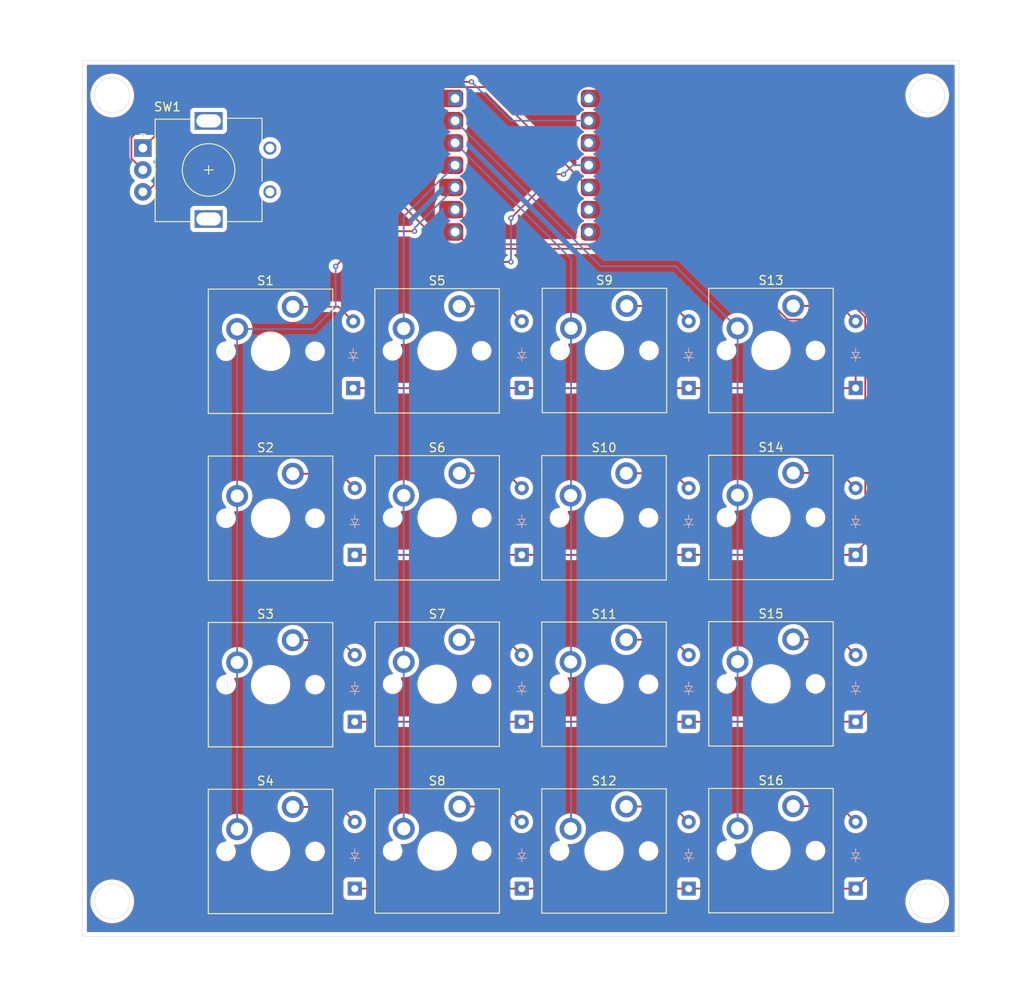
<source format=kicad_pcb>
(kicad_pcb (version 20240108) (generator "pcbnew") (generator_version "8.0")
  (title_block (title "Emre-HackPad") (date "2024-10-05") (rev "3") (company "Kluizenaren"))
  (layers (0 "F.Cu" signal) (31 "B.Cu" signal) (34 "B.Paste" user) (35 "F.Paste" user) (36 "B.SilkS" user "B.Silkscreen") (37 "F.SilkS" user "F.Silkscreen") (38 "B.Mask" user) (39 "F.Mask" user) (44 "Edge.Cuts" user))
  (net 0 "")
  (net 1 "Net-(D1-A)")
  (net 2 "Row0")
  (net 3 "Row1")
  (net 4 "Net-(D2-A)")
  (net 5 "Row2")
  (net 6 "Net-(D3-A)")
  (net 7 "Row3")
  (net 8 "Net-(D4-A)")
  (net 9 "Net-(D5-A)")
  (net 10 "Net-(D6-A)")
  (net 11 "Net-(D7-A)")
  (net 12 "Net-(D8-A)")
  (net 13 "Net-(D9-A)")
  (net 14 "Net-(D10-A)")
  (net 15 "Net-(D11-A)")
  (net 16 "Net-(D12-A)")
  (net 17 "Net-(D13-A)")
  (net 18 "Net-(D14-A)")
  (net 19 "Net-(D15-A)")
  (net 20 "Net-(D16-A)")
  (net 21 "Column0")
  (net 25 "Column1")
  (net 26 "Column2")
  (net 27 "Column3")
  (net 28 "RB")
  (net 29 "RA")
  (net 30 "GND")
  (footprint "Rotary_Encoder:RotaryEncoder_Alps_EC11E_Vertical_H20mm" (layer "F.Cu") (at 92.5 55)
    (property "Reference" "SW1" (at 2.8 -4.7 0) (layer "F.SilkS"))
    (property "Value" "RotaryEncoder")
    (fp_line (start -0.3 -1.6) (end 0.3 -1.6) (stroke (width 0.12)) (layer "F.SilkS"))
    (fp_line (start 0 -1.3) (end -0.3 -1.6) (stroke (width 0.12)) (layer "F.SilkS"))
    (fp_line (start 0.3 -1.6) (end 0 -1.3) (stroke (width 0.12)) (layer "F.SilkS"))
    (fp_line (start 1.4 -3.3) (end 1.4 8.4) (stroke (width 0.12)) (layer "F.SilkS"))
    (fp_line (start 5.5 -3.3) (end 1.4 -3.3) (stroke (width 0.12)) (layer "F.SilkS"))
    (fp_line (start 5.5 8.4) (end 1.4 8.4) (stroke (width 0.12)) (layer "F.SilkS"))
    (fp_line (start 7 2.5) (end 8 2.5) (stroke (width 0.12)) (layer "F.SilkS"))
    (fp_line (start 7.5 2) (end 7.5 3) (stroke (width 0.12)) (layer "F.SilkS"))
    (fp_line (start 9.5 -3.4) (end 13.6 -3.4) (stroke (width 0.12)) (layer "F.SilkS"))
    (fp_line (start 13.6 -3.4) (end 13.6 -0.8) (stroke (width 0.12)) (layer "F.SilkS"))
    (fp_line (start 13.6 1.2) (end 13.6 3.8) (stroke (width 0.12)) (layer "F.SilkS"))
    (fp_line (start 13.6 5.8) (end 13.6 8.4) (stroke (width 0.12)) (layer "F.SilkS"))
    (fp_line (start 13.6 8.4) (end 9.5 8.4) (stroke (width 0.12)) (layer "F.SilkS"))
    (fp_circle (center 7.5 2.5) (end 10.5 2.5) (stroke (width 0.12)) (fill none) (layer "F.SilkS"))
    (pad "" thru_hole circle (at 14.5 0) (size 1.5 1.5) (drill 1) (layers "*.Cu" "*.Mask"))
    (pad "" thru_hole circle (at 14.5 5) (size 1.5 1.5) (drill 1) (layers "*.Cu" "*.Mask"))
    (pad "A" thru_hole rect (at 0 0) (size 2 2) (drill 1) (layers "*.Cu" "*.Mask") (net 29 "RA"))
    (pad "B" thru_hole circle (at 0 5) (size 2 2) (drill 1) (layers "*.Cu" "*.Mask") (net 28 "RB"))
    (pad "C" thru_hole circle (at 0 2.5) (size 2 2) (drill 1) (layers "*.Cu" "*.Mask") (net 30 "GND"))
    (pad "MP" thru_hole rect (at 7.5 -3.1) (size 3.2 2) (drill oval 2.8 1.5) (layers "*.Cu" "*.Mask"))
    (pad "MP" thru_hole rect (at 7.5 8.1) (size 3.2 2) (drill oval 2.8 1.5) (layers "*.Cu" "*.Mask"))
  )
  (footprint "ScottoKeebs_MX:MX_PCB_1.00u" (layer "F.Cu") (at 164.17 97.17)
    (property "Reference" "S14" (at 0 -8 0) (layer "F.SilkS"))
    (property "Value" "Keyswitch")
    (fp_line (start -7.1 -7.1) (end -7.1 7.1) (stroke (width 0.12)) (layer "F.SilkS"))
    (fp_line (start -7.1 7.1) (end 7.1 7.1) (stroke (width 0.12)) (layer "F.SilkS"))
    (fp_line (start 7.1 -7.1) (end -7.1 -7.1) (stroke (width 0.12)) (layer "F.SilkS"))
    (fp_line (start 7.1 7.1) (end 7.1 -7.1) (stroke (width 0.12)) (layer "F.SilkS"))
    (pad "" np_thru_hole circle (at -5.08 0) (size 1.75 1.75) (drill 1.75) (layers "*.Cu" "*.Mask"))
    (pad "" np_thru_hole circle (at 0 0) (size 4 4) (drill 4) (layers "*.Cu" "*.Mask"))
    (pad "" np_thru_hole circle (at 5.08 0) (size 1.75 1.75) (drill 1.75) (layers "*.Cu" "*.Mask"))
    (pad "1" thru_hole circle (at -3.81 -2.54) (size 2.5 2.5) (drill 1.5) (layers "*.Cu" "*.Mask") (net 27 "Column3"))
    (pad "2" thru_hole circle (at 2.54 -5.08) (size 2.5 2.5) (drill 1.5) (layers "*.Cu" "*.Mask") (net 18 "Net-(D14-A)"))
  )
  (footprint "ScottoKeebs_MX:MX_PCB_1.00u" (layer "F.Cu") (at 107.07 97.26)
    (property "Reference" "S2" (at -0.58 -8.05 0) (layer "F.SilkS"))
    (property "Value" "Keyswitch")
    (fp_line (start -7.1 -7.1) (end -7.1 7.1) (stroke (width 0.12)) (layer "F.SilkS"))
    (fp_line (start -7.1 7.1) (end 7.1 7.1) (stroke (width 0.12)) (layer "F.SilkS"))
    (fp_line (start 7.1 -7.1) (end -7.1 -7.1) (stroke (width 0.12)) (layer "F.SilkS"))
    (fp_line (start 7.1 7.1) (end 7.1 -7.1) (stroke (width 0.12)) (layer "F.SilkS"))
    (pad "" np_thru_hole circle (at -5.08 0) (size 1.75 1.75) (drill 1.75) (layers "*.Cu" "*.Mask"))
    (pad "" np_thru_hole circle (at 0 0) (size 4 4) (drill 4) (layers "*.Cu" "*.Mask"))
    (pad "" np_thru_hole circle (at 5.08 0) (size 1.75 1.75) (drill 1.75) (layers "*.Cu" "*.Mask"))
    (pad "1" thru_hole circle (at -3.81 -2.54) (size 2.5 2.5) (drill 1.5) (layers "*.Cu" "*.Mask") (net 21 "Column0"))
    (pad "2" thru_hole circle (at 2.54 -5.08) (size 2.5 2.5) (drill 1.5) (layers "*.Cu" "*.Mask") (net 4 "Net-(D2-A)"))
  )
  (footprint "ScottoKeebs_MX:MX_PCB_1.00u" (layer "F.Cu") (at 145.12 116.21)
    (property "Reference" "S11" (at 0 -8 0) (layer "F.SilkS"))
    (property "Value" "Keyswitch")
    (fp_line (start -7.1 -7.1) (end -7.1 7.1) (stroke (width 0.12)) (layer "F.SilkS"))
    (fp_line (start -7.1 7.1) (end 7.1 7.1) (stroke (width 0.12)) (layer "F.SilkS"))
    (fp_line (start 7.1 -7.1) (end -7.1 -7.1) (stroke (width 0.12)) (layer "F.SilkS"))
    (fp_line (start 7.1 7.1) (end 7.1 -7.1) (stroke (width 0.12)) (layer "F.SilkS"))
    (pad "" np_thru_hole circle (at -5.08 0) (size 1.75 1.75) (drill 1.75) (layers "*.Cu" "*.Mask"))
    (pad "" np_thru_hole circle (at 0 0) (size 4 4) (drill 4) (layers "*.Cu" "*.Mask"))
    (pad "" np_thru_hole circle (at 5.08 0) (size 1.75 1.75) (drill 1.75) (layers "*.Cu" "*.Mask"))
    (pad "1" thru_hole circle (at -3.81 -2.54) (size 2.5 2.5) (drill 1.5) (layers "*.Cu" "*.Mask") (net 26 "Column2"))
    (pad "2" thru_hole circle (at 2.54 -5.08) (size 2.5 2.5) (drill 1.5) (layers "*.Cu" "*.Mask") (net 15 "Net-(D11-A)"))
  )
  (footprint "ScottoKeebs_MX:MX_PCB_1.00u" (layer "F.Cu") (at 145.12 97.21)
    (property "Reference" "S10" (at 0 -8 0) (layer "F.SilkS"))
    (property "Value" "Keyswitch")
    (fp_line (start -7.1 -7.1) (end -7.1 7.1) (stroke (width 0.12)) (layer "F.SilkS"))
    (fp_line (start -7.1 7.1) (end 7.1 7.1) (stroke (width 0.12)) (layer "F.SilkS"))
    (fp_line (start 7.1 -7.1) (end -7.1 -7.1) (stroke (width 0.12)) (layer "F.SilkS"))
    (fp_line (start 7.1 7.1) (end 7.1 -7.1) (stroke (width 0.12)) (layer "F.SilkS"))
    (pad "" np_thru_hole circle (at -5.08 0) (size 1.75 1.75) (drill 1.75) (layers "*.Cu" "*.Mask"))
    (pad "" np_thru_hole circle (at 0 0) (size 4 4) (drill 4) (layers "*.Cu" "*.Mask"))
    (pad "" np_thru_hole circle (at 5.08 0) (size 1.75 1.75) (drill 1.75) (layers "*.Cu" "*.Mask"))
    (pad "1" thru_hole circle (at -3.81 -2.54) (size 2.5 2.5) (drill 1.5) (layers "*.Cu" "*.Mask") (net 26 "Column2"))
    (pad "2" thru_hole circle (at 2.54 -5.08) (size 2.5 2.5) (drill 1.5) (layers "*.Cu" "*.Mask") (net 14 "Net-(D10-A)"))
  )
  (footprint "ScottoKeebs_MCU:Seeed_XIAO_RP2040" (layer "F.Cu") (at 135.75 56.96)
    (property "Reference" "U1" (hide yes))
    (property "Value" "Seeed Studio XIAO SAMD21")
    (pad "1" smd roundrect (at -8.065 -7.62) (size 2.75 2) (layers "F.Cu" "F.Paste" "F.Mask"))
    (pad "1" thru_hole rect (at -7.62 -7.62 90) (size 1.6 1.6) (drill 1) (layers "*.Cu" "*.Mask"))
    (pad "2" smd roundrect (at -8.065 -5.08) (size 2.75 2) (layers "F.Cu" "F.Paste" "F.Mask") (net 27 "Column3"))
    (pad "2" thru_hole circle (at -7.62 -5.08 90) (size 1.6 1.6) (drill 1) (layers "*.Cu" "*.Mask") (net 27 "Column3"))
    (pad "3" smd roundrect (at -8.065 -2.54) (size 2.75 2) (layers "F.Cu" "F.Paste" "F.Mask") (net 26 "Column2"))
    (pad "3" thru_hole circle (at -7.62 -2.54 90) (size 1.6 1.6) (drill 1) (layers "*.Cu" "*.Mask") (net 26 "Column2"))
    (pad "4" smd roundrect (at -8.065 0) (size 2.75 2) (layers "F.Cu" "F.Paste" "F.Mask") (net 25 "Column1"))
    (pad "4" thru_hole circle (at -7.62 0 90) (size 1.6 1.6) (drill 1) (layers "*.Cu" "*.Mask") (net 25 "Column1"))
    (pad "5" smd roundrect (at -8.065 2.54) (size 2.75 2) (layers "F.Cu" "F.Paste" "F.Mask") (net 21 "Column0"))
    (pad "5" thru_hole circle (at -7.62 2.54 90) (size 1.6 1.6) (drill 1) (layers "*.Cu" "*.Mask") (net 21 "Column0"))
    (pad "6" smd roundrect (at -8.065 5.08) (size 2.75 2) (layers "F.Cu" "F.Paste" "F.Mask") (net 3 "Row1"))
    (pad "6" thru_hole circle (at -7.62 5.08 90) (size 1.6 1.6) (drill 1) (layers "*.Cu" "*.Mask") (net 3 "Row1"))
    (pad "7" smd roundrect (at -8.065 7.62) (size 2.75 2) (layers "F.Cu" "F.Paste" "F.Mask") (net 2 "Row0"))
    (pad "7" thru_hole circle (at -7.62 7.62 90) (size 1.6 1.6) (drill 1) (layers "*.Cu" "*.Mask") (net 2 "Row0"))
    (pad "8" thru_hole circle (at 7.62 7.62 90) (size 1.6 1.6) (drill 1) (layers "*.Cu" "*.Mask") (net 5 "Row2"))
    (pad "8" smd roundrect (at 8.1 7.62) (size 2.75 2) (layers "F.Cu" "F.Paste" "F.Mask") (net 5 "Row2"))
    (pad "9" thru_hole circle (at 7.62 5.08 90) (size 1.6 1.6) (drill 1) (layers "*.Cu" "*.Mask") (net 7 "Row3"))
    (pad "9" smd roundrect (at 8.1 5.08) (size 2.75 2) (layers "F.Cu" "F.Paste" "F.Mask") (net 7 "Row3"))
    (pad "10" thru_hole circle (at 7.62 2.54 90) (size 1.6 1.6) (drill 1) (layers "*.Cu" "*.Mask") (net 29 "RA"))
    (pad "10" smd roundrect (at 8.1 2.54) (size 2.75 2) (layers "F.Cu" "F.Paste" "F.Mask") (net 29 "RA"))
    (pad "11" thru_hole circle (at 7.62 0 90) (size 1.6 1.6) (drill 1) (layers "*.Cu" "*.Mask") (net 28 "RB"))
    (pad "11" smd roundrect (at 8.1 0) (size 2.75 2) (layers "F.Cu" "F.Paste" "F.Mask") (net 28 "RB"))
    (pad "12" thru_hole circle (at 7.62 -2.54 90) (size 1.6 1.6) (drill 1) (layers "*.Cu" "*.Mask"))
    (pad "12" smd roundrect (at 8.1 -2.54) (size 2.75 2) (layers "F.Cu" "F.Paste" "F.Mask"))
    (pad "13" thru_hole circle (at 7.62 -5.08 90) (size 1.6 1.6) (drill 1) (layers "*.Cu" "*.Mask") (net 30 "GND"))
    (pad "13" smd roundrect (at 8.1 -5.08) (size 2.75 2) (layers "F.Cu" "F.Paste" "F.Mask") (net 30 "GND"))
    (pad "14" thru_hole circle (at 7.62 -7.62 90) (size 1.6 1.6) (drill 1) (layers "*.Cu" "*.Mask"))
    (pad "14" smd roundrect (at 8.1 -7.62) (size 2.75 2) (layers "F.Cu" "F.Paste" "F.Mask"))
  )
  (footprint "ScottoKeebs_MX:MX_PCB_1.00u" (layer "F.Cu") (at 126.07 78.15)
    (property "Reference" "S5" (at 0 -8 0) (layer "F.SilkS"))
    (property "Value" "Keyswitch")
    (fp_line (start -7.1 -7.1) (end -7.1 7.1) (stroke (width 0.12)) (layer "F.SilkS"))
    (fp_line (start -7.1 7.1) (end 7.1 7.1) (stroke (width 0.12)) (layer "F.SilkS"))
    (fp_line (start 7.1 -7.1) (end -7.1 -7.1) (stroke (width 0.12)) (layer "F.SilkS"))
    (fp_line (start 7.1 7.1) (end 7.1 -7.1) (stroke (width 0.12)) (layer "F.SilkS"))
    (pad "" np_thru_hole circle (at -5.08 0) (size 1.75 1.75) (drill 1.75) (layers "*.Cu" "*.Mask"))
    (pad "" np_thru_hole circle (at 0 0) (size 4 4) (drill 4) (layers "*.Cu" "*.Mask"))
    (pad "" np_thru_hole circle (at 5.08 0) (size 1.75 1.75) (drill 1.75) (layers "*.Cu" "*.Mask"))
    (pad "1" thru_hole circle (at -3.81 -2.54) (size 2.5 2.5) (drill 1.5) (layers "*.Cu" "*.Mask") (net 25 "Column1"))
    (pad "2" thru_hole circle (at 2.54 -5.08) (size 2.5 2.5) (drill 1.5) (layers "*.Cu" "*.Mask") (net 9 "Net-(D5-A)"))
  )
  (footprint "ScottoKeebs_MX:MX_PCB_1.00u" (layer "F.Cu") (at 164.17 116.17)
    (property "Reference" "S15" (at 0 -8 0) (layer "F.SilkS"))
    (property "Value" "Keyswitch")
    (fp_line (start -7.1 -7.1) (end -7.1 7.1) (stroke (width 0.12)) (layer "F.SilkS"))
    (fp_line (start -7.1 7.1) (end 7.1 7.1) (stroke (width 0.12)) (layer "F.SilkS"))
    (fp_line (start 7.1 -7.1) (end -7.1 -7.1) (stroke (width 0.12)) (layer "F.SilkS"))
    (fp_line (start 7.1 7.1) (end 7.1 -7.1) (stroke (width 0.12)) (layer "F.SilkS"))
    (pad "" np_thru_hole circle (at -5.08 0) (size 1.75 1.75) (drill 1.75) (layers "*.Cu" "*.Mask"))
    (pad "" np_thru_hole circle (at 0 0) (size 4 4) (drill 4) (layers "*.Cu" "*.Mask"))
    (pad "" np_thru_hole circle (at 5.08 0) (size 1.75 1.75) (drill 1.75) (layers "*.Cu" "*.Mask"))
    (pad "1" thru_hole circle (at -3.81 -2.54) (size 2.5 2.5) (drill 1.5) (layers "*.Cu" "*.Mask") (net 27 "Column3"))
    (pad "2" thru_hole circle (at 2.54 -5.08) (size 2.5 2.5) (drill 1.5) (layers "*.Cu" "*.Mask") (net 19 "Net-(D15-A)"))
  )
  (footprint "ScottoKeebs_MX:MX_PCB_1.00u" (layer "F.Cu") (at 164.17 135.21)
    (property "Reference" "S16" (at 0 -8 0) (layer "F.SilkS"))
    (property "Value" "Keyswitch")
    (fp_line (start -7.1 -7.1) (end -7.1 7.1) (stroke (width 0.12)) (layer "F.SilkS"))
    (fp_line (start -7.1 7.1) (end 7.1 7.1) (stroke (width 0.12)) (layer "F.SilkS"))
    (fp_line (start 7.1 -7.1) (end -7.1 -7.1) (stroke (width 0.12)) (layer "F.SilkS"))
    (fp_line (start 7.1 7.1) (end 7.1 -7.1) (stroke (width 0.12)) (layer "F.SilkS"))
    (pad "" np_thru_hole circle (at -5.08 0) (size 1.75 1.75) (drill 1.75) (layers "*.Cu" "*.Mask"))
    (pad "" np_thru_hole circle (at 0 0) (size 4 4) (drill 4) (layers "*.Cu" "*.Mask"))
    (pad "" np_thru_hole circle (at 5.08 0) (size 1.75 1.75) (drill 1.75) (layers "*.Cu" "*.Mask"))
    (pad "1" thru_hole circle (at -3.81 -2.54) (size 2.5 2.5) (drill 1.5) (layers "*.Cu" "*.Mask") (net 27 "Column3"))
    (pad "2" thru_hole circle (at 2.54 -5.08) (size 2.5 2.5) (drill 1.5) (layers "*.Cu" "*.Mask") (net 20 "Net-(D16-A)"))
  )
  (footprint "ScottoKeebs_MX:MX_PCB_1.00u" (layer "F.Cu") (at 164.17 78.11)
    (property "Reference" "S13" (at 0 -8 0) (layer "F.SilkS"))
    (property "Value" "Keyswitch")
    (fp_line (start -7.1 -7.1) (end -7.1 7.1) (stroke (width 0.12)) (layer "F.SilkS"))
    (fp_line (start -7.1 7.1) (end 7.1 7.1) (stroke (width 0.12)) (layer "F.SilkS"))
    (fp_line (start 7.1 -7.1) (end -7.1 -7.1) (stroke (width 0.12)) (layer "F.SilkS"))
    (fp_line (start 7.1 7.1) (end 7.1 -7.1) (stroke (width 0.12)) (layer "F.SilkS"))
    (pad "" np_thru_hole circle (at -5.08 0) (size 1.75 1.75) (drill 1.75) (layers "*.Cu" "*.Mask"))
    (pad "" np_thru_hole circle (at 0 0) (size 4 4) (drill 4) (layers "*.Cu" "*.Mask"))
    (pad "" np_thru_hole circle (at 5.08 0) (size 1.75 1.75) (drill 1.75) (layers "*.Cu" "*.Mask"))
    (pad "1" thru_hole circle (at -3.81 -2.54) (size 2.5 2.5) (drill 1.5) (layers "*.Cu" "*.Mask") (net 27 "Column3"))
    (pad "2" thru_hole circle (at 2.54 -5.08) (size 2.5 2.5) (drill 1.5) (layers "*.Cu" "*.Mask") (net 17 "Net-(D13-A)"))
  )
  (footprint "ScottoKeebs_MX:MX_PCB_1.00u" (layer "F.Cu") (at 126.08 135.25)
    (property "Reference" "S8" (at 0 -8 0) (layer "F.SilkS"))
    (property "Value" "Keyswitch")
    (fp_line (start -7.1 -7.1) (end -7.1 7.1) (stroke (width 0.12)) (layer "F.SilkS"))
    (fp_line (start -7.1 7.1) (end 7.1 7.1) (stroke (width 0.12)) (layer "F.SilkS"))
    (fp_line (start 7.1 -7.1) (end -7.1 -7.1) (stroke (width 0.12)) (layer "F.SilkS"))
    (fp_line (start 7.1 7.1) (end 7.1 -7.1) (stroke (width 0.12)) (layer "F.SilkS"))
    (pad "" np_thru_hole circle (at -5.08 0) (size 1.75 1.75) (drill 1.75) (layers "*.Cu" "*.Mask"))
    (pad "" np_thru_hole circle (at 0 0) (size 4 4) (drill 4) (layers "*.Cu" "*.Mask"))
    (pad "" np_thru_hole circle (at 5.08 0) (size 1.75 1.75) (drill 1.75) (layers "*.Cu" "*.Mask"))
    (pad "1" thru_hole circle (at -3.81 -2.54) (size 2.5 2.5) (drill 1.5) (layers "*.Cu" "*.Mask") (net 25 "Column1"))
    (pad "2" thru_hole circle (at 2.54 -5.08) (size 2.5 2.5) (drill 1.5) (layers "*.Cu" "*.Mask") (net 12 "Net-(D8-A)"))
  )
  (footprint "ScottoKeebs_MX:MX_PCB_1.00u" (layer "F.Cu") (at 107.07 116.26)
    (property "Reference" "S3" (at -0.58 -8.05 0) (layer "F.SilkS"))
    (property "Value" "Keyswitch")
    (fp_line (start -7.1 -7.1) (end -7.1 7.1) (stroke (width 0.12)) (layer "F.SilkS"))
    (fp_line (start -7.1 7.1) (end 7.1 7.1) (stroke (width 0.12)) (layer "F.SilkS"))
    (fp_line (start 7.1 -7.1) (end -7.1 -7.1) (stroke (width 0.12)) (layer "F.SilkS"))
    (fp_line (start 7.1 7.1) (end 7.1 -7.1) (stroke (width 0.12)) (layer "F.SilkS"))
    (pad "" np_thru_hole circle (at -5.08 0) (size 1.75 1.75) (drill 1.75) (layers "*.Cu" "*.Mask"))
    (pad "" np_thru_hole circle (at 0 0) (size 4 4) (drill 4) (layers "*.Cu" "*.Mask"))
    (pad "" np_thru_hole circle (at 5.08 0) (size 1.75 1.75) (drill 1.75) (layers "*.Cu" "*.Mask"))
    (pad "1" thru_hole circle (at -3.81 -2.54) (size 2.5 2.5) (drill 1.5) (layers "*.Cu" "*.Mask") (net 21 "Column0"))
    (pad "2" thru_hole circle (at 2.54 -5.08) (size 2.5 2.5) (drill 1.5) (layers "*.Cu" "*.Mask") (net 6 "Net-(D3-A)"))
  )
  (footprint "ScottoKeebs_MX:MX_PCB_1.00u" (layer "F.Cu") (at 107.07 135.3)
    (property "Reference" "S4" (at -0.58 -8.05 0) (layer "F.SilkS"))
    (property "Value" "Keyswitch")
    (fp_line (start -7.1 -7.1) (end -7.1 7.1) (stroke (width 0.12)) (layer "F.SilkS"))
    (fp_line (start -7.1 7.1) (end 7.1 7.1) (stroke (width 0.12)) (layer "F.SilkS"))
    (fp_line (start 7.1 -7.1) (end -7.1 -7.1) (stroke (width 0.12)) (layer "F.SilkS"))
    (fp_line (start 7.1 7.1) (end 7.1 -7.1) (stroke (width 0.12)) (layer "F.SilkS"))
    (pad "" np_thru_hole circle (at -5.08 0) (size 1.75 1.75) (drill 1.75) (layers "*.Cu" "*.Mask"))
    (pad "" np_thru_hole circle (at 0 0) (size 4 4) (drill 4) (layers "*.Cu" "*.Mask"))
    (pad "" np_thru_hole circle (at 5.08 0) (size 1.75 1.75) (drill 1.75) (layers "*.Cu" "*.Mask"))
    (pad "1" thru_hole circle (at -3.81 -2.54) (size 2.5 2.5) (drill 1.5) (layers "*.Cu" "*.Mask") (net 21 "Column0"))
    (pad "2" thru_hole circle (at 2.54 -5.08) (size 2.5 2.5) (drill 1.5) (layers "*.Cu" "*.Mask") (net 8 "Net-(D4-A)"))
  )
  (footprint "ScottoKeebs_MX:MX_PCB_1.00u" (layer "F.Cu") (at 145.12 135.25)
    (property "Reference" "S12" (at 0 -8 0) (layer "F.SilkS"))
    (property "Value" "Keyswitch")
    (fp_line (start -7.1 -7.1) (end -7.1 7.1) (stroke (width 0.12)) (layer "F.SilkS"))
    (fp_line (start -7.1 7.1) (end 7.1 7.1) (stroke (width 0.12)) (layer "F.SilkS"))
    (fp_line (start 7.1 -7.1) (end -7.1 -7.1) (stroke (width 0.12)) (layer "F.SilkS"))
    (fp_line (start 7.1 7.1) (end 7.1 -7.1) (stroke (width 0.12)) (layer "F.SilkS"))
    (pad "" np_thru_hole circle (at -5.08 0) (size 1.75 1.75) (drill 1.75) (layers "*.Cu" "*.Mask"))
    (pad "" np_thru_hole circle (at 0 0) (size 4 4) (drill 4) (layers "*.Cu" "*.Mask"))
    (pad "" np_thru_hole circle (at 5.08 0) (size 1.75 1.75) (drill 1.75) (layers "*.Cu" "*.Mask"))
    (pad "1" thru_hole circle (at -3.81 -2.54) (size 2.5 2.5) (drill 1.5) (layers "*.Cu" "*.Mask") (net 26 "Column2"))
    (pad "2" thru_hole circle (at 2.54 -5.08) (size 2.5 2.5) (drill 1.5) (layers "*.Cu" "*.Mask") (net 16 "Net-(D12-A)"))
  )
  (footprint "ScottoKeebs_MX:MX_PCB_1.00u" (layer "F.Cu") (at 126.08 97.21)
    (property "Reference" "S6" (at 0 -8 0) (layer "F.SilkS"))
    (property "Value" "Keyswitch")
    (fp_line (start -7.1 -7.1) (end -7.1 7.1) (stroke (width 0.12)) (layer "F.SilkS"))
    (fp_line (start -7.1 7.1) (end 7.1 7.1) (stroke (width 0.12)) (layer "F.SilkS"))
    (fp_line (start 7.1 -7.1) (end -7.1 -7.1) (stroke (width 0.12)) (layer "F.SilkS"))
    (fp_line (start 7.1 7.1) (end 7.1 -7.1) (stroke (width 0.12)) (layer "F.SilkS"))
    (pad "" np_thru_hole circle (at -5.08 0) (size 1.75 1.75) (drill 1.75) (layers "*.Cu" "*.Mask"))
    (pad "" np_thru_hole circle (at 0 0) (size 4 4) (drill 4) (layers "*.Cu" "*.Mask"))
    (pad "" np_thru_hole circle (at 5.08 0) (size 1.75 1.75) (drill 1.75) (layers "*.Cu" "*.Mask"))
    (pad "1" thru_hole circle (at -3.81 -2.54) (size 2.5 2.5) (drill 1.5) (layers "*.Cu" "*.Mask") (net 25 "Column1"))
    (pad "2" thru_hole circle (at 2.54 -5.08) (size 2.5 2.5) (drill 1.5) (layers "*.Cu" "*.Mask") (net 10 "Net-(D6-A)"))
  )
  (footprint "ScottoKeebs_MX:MX_PCB_1.00u" (layer "F.Cu") (at 107.07 78.2)
    (property "Reference" "S1" (at -0.58 -8.05 0) (layer "F.SilkS"))
    (property "Value" "Keyswitch")
    (fp_line (start -7.1 -7.1) (end -7.1 7.1) (stroke (width 0.12)) (layer "F.SilkS"))
    (fp_line (start -7.1 7.1) (end 7.1 7.1) (stroke (width 0.12)) (layer "F.SilkS"))
    (fp_line (start 7.1 -7.1) (end -7.1 -7.1) (stroke (width 0.12)) (layer "F.SilkS"))
    (fp_line (start 7.1 7.1) (end 7.1 -7.1) (stroke (width 0.12)) (layer "F.SilkS"))
    (pad "" np_thru_hole circle (at -5.08 0) (size 1.75 1.75) (drill 1.75) (layers "*.Cu" "*.Mask"))
    (pad "" np_thru_hole circle (at 0 0) (size 4 4) (drill 4) (layers "*.Cu" "*.Mask"))
    (pad "" np_thru_hole circle (at 5.08 0) (size 1.75 1.75) (drill 1.75) (layers "*.Cu" "*.Mask"))
    (pad "1" thru_hole circle (at -3.81 -2.54) (size 2.5 2.5) (drill 1.5) (layers "*.Cu" "*.Mask") (net 21 "Column0"))
    (pad "2" thru_hole circle (at 2.54 -5.08) (size 2.5 2.5) (drill 1.5) (layers "*.Cu" "*.Mask") (net 1 "Net-(D1-A)"))
  )
  (footprint "ScottoKeebs_MX:MX_PCB_1.00u" (layer "F.Cu") (at 126.08 116.21)
    (property "Reference" "S7" (at 0 -8 0) (layer "F.SilkS"))
    (property "Value" "Keyswitch")
    (fp_line (start -7.1 -7.1) (end -7.1 7.1) (stroke (width 0.12)) (layer "F.SilkS"))
    (fp_line (start -7.1 7.1) (end 7.1 7.1) (stroke (width 0.12)) (layer "F.SilkS"))
    (fp_line (start 7.1 -7.1) (end -7.1 -7.1) (stroke (width 0.12)) (layer "F.SilkS"))
    (fp_line (start 7.1 7.1) (end 7.1 -7.1) (stroke (width 0.12)) (layer "F.SilkS"))
    (pad "" np_thru_hole circle (at -5.08 0) (size 1.75 1.75) (drill 1.75) (layers "*.Cu" "*.Mask"))
    (pad "" np_thru_hole circle (at 0 0) (size 4 4) (drill 4) (layers "*.Cu" "*.Mask"))
    (pad "" np_thru_hole circle (at 5.08 0) (size 1.75 1.75) (drill 1.75) (layers "*.Cu" "*.Mask"))
    (pad "1" thru_hole circle (at -3.81 -2.54) (size 2.5 2.5) (drill 1.5) (layers "*.Cu" "*.Mask") (net 25 "Column1"))
    (pad "2" thru_hole circle (at 2.54 -5.08) (size 2.5 2.5) (drill 1.5) (layers "*.Cu" "*.Mask") (net 11 "Net-(D7-A)"))
  )
  (footprint "ScottoKeebs_MX:MX_PCB_1.00u" (layer "F.Cu") (at 145.17 78.11)
    (property "Reference" "S9" (at 0 -8 0) (layer "F.SilkS"))
    (property "Value" "Keyswitch")
    (fp_line (start -7.1 -7.1) (end -7.1 7.1) (stroke (width 0.12)) (layer "F.SilkS"))
    (fp_line (start -7.1 7.1) (end 7.1 7.1) (stroke (width 0.12)) (layer "F.SilkS"))
    (fp_line (start 7.1 -7.1) (end -7.1 -7.1) (stroke (width 0.12)) (layer "F.SilkS"))
    (fp_line (start 7.1 7.1) (end 7.1 -7.1) (stroke (width 0.12)) (layer "F.SilkS"))
    (pad "" np_thru_hole circle (at -5.08 0) (size 1.75 1.75) (drill 1.75) (layers "*.Cu" "*.Mask"))
    (pad "" np_thru_hole circle (at 0 0) (size 4 4) (drill 4) (layers "*.Cu" "*.Mask"))
    (pad "" np_thru_hole circle (at 5.08 0) (size 1.75 1.75) (drill 1.75) (layers "*.Cu" "*.Mask"))
    (pad "1" thru_hole circle (at -3.81 -2.54) (size 2.5 2.5) (drill 1.5) (layers "*.Cu" "*.Mask") (net 26 "Column2"))
    (pad "2" thru_hole circle (at 2.54 -5.08) (size 2.5 2.5) (drill 1.5) (layers "*.Cu" "*.Mask") (net 13 "Net-(D9-A)"))
  )
  (footprint "ScottoKeebs_Components:Diode_DO-35" (layer "B.Cu") (at 173.83125 139.54125 90)
    (property "Reference" "D16" (hide yes))
    (property "Value" "Diode" (hide yes))
    (fp_line (start 3.46 -0.55) (end 3.46 0.55) (stroke (width 0.1)) (layer "B.SilkS"))
    (fp_line (start 4.06 -0.4) (end 4.06 0.4) (stroke (width 0.1)) (layer "B.SilkS"))
    (fp_line (start 4.56 0) (end 4.06 0) (stroke (width 0.1)) (layer "B.SilkS"))
    (fp_line (start 3.46 0) (end 4.06 -0.4) (stroke (width 0.1)) (layer "B.SilkS"))
    (fp_line (start 3.46 0) (end 3.06 0) (stroke (width 0.1)) (layer "B.SilkS"))
    (fp_line (start 4.06 0.4) (end 3.46 0) (stroke (width 0.1)) (layer "B.SilkS"))
    (pad "1" thru_hole rect (at 0 0 90) (size 1.6 1.6) (drill 0.8) (layers "*.Cu" "*.Mask") (net 7 "Row3"))
    (pad "2" thru_hole oval (at 7.62 0 90) (size 1.6 1.6) (drill 0.8) (layers "*.Cu" "*.Mask") (net 20 "Net-(D16-A)"))
  )
  (footprint "ScottoKeebs_Components:Diode_DO-35" (layer "B.Cu") (at 135.73125 120.49125 90)
    (property "Reference" "D7" (hide yes))
    (property "Value" "Diode" (hide yes))
    (fp_line (start 3.46 -0.55) (end 3.46 0.55) (stroke (width 0.1)) (layer "B.SilkS"))
    (fp_line (start 4.06 -0.4) (end 4.06 0.4) (stroke (width 0.1)) (layer "B.SilkS"))
    (fp_line (start 4.56 0) (end 4.06 0) (stroke (width 0.1)) (layer "B.SilkS"))
    (fp_line (start 3.46 0) (end 4.06 -0.4) (stroke (width 0.1)) (layer "B.SilkS"))
    (fp_line (start 3.46 0) (end 3.06 0) (stroke (width 0.1)) (layer "B.SilkS"))
    (fp_line (start 4.06 0.4) (end 3.46 0) (stroke (width 0.1)) (layer "B.SilkS"))
    (pad "1" thru_hole rect (at 0 0 90) (size 1.6 1.6) (drill 0.8) (layers "*.Cu" "*.Mask") (net 5 "Row2"))
    (pad "2" thru_hole oval (at 7.62 0 90) (size 1.6 1.6) (drill 0.8) (layers "*.Cu" "*.Mask") (net 11 "Net-(D7-A)"))
  )
  (footprint "ScottoKeebs_Components:Diode_DO-35" (layer "B.Cu") (at 135.73125 82.39125 90)
    (property "Reference" "D5" (hide yes))
    (property "Value" "Diode" (hide yes))
    (fp_line (start 3.46 -0.55) (end 3.46 0.55) (stroke (width 0.1)) (layer "B.SilkS"))
    (fp_line (start 4.06 -0.4) (end 4.06 0.4) (stroke (width 0.1)) (layer "B.SilkS"))
    (fp_line (start 4.56 0) (end 4.06 0) (stroke (width 0.1)) (layer "B.SilkS"))
    (fp_line (start 3.46 0) (end 4.06 -0.4) (stroke (width 0.1)) (layer "B.SilkS"))
    (fp_line (start 3.46 0) (end 3.06 0) (stroke (width 0.1)) (layer "B.SilkS"))
    (fp_line (start 4.06 0.4) (end 3.46 0) (stroke (width 0.1)) (layer "B.SilkS"))
    (pad "1" thru_hole rect (at 0 0 90) (size 1.6 1.6) (drill 0.8) (layers "*.Cu" "*.Mask") (net 2 "Row0"))
    (pad "2" thru_hole oval (at 7.62 0 90) (size 1.6 1.6) (drill 0.8) (layers "*.Cu" "*.Mask") (net 9 "Net-(D5-A)"))
  )
  (footprint "ScottoKeebs_Components:Diode_DO-35" (layer "B.Cu") (at 154.78125 139.54125 90)
    (property "Reference" "D12" (hide yes))
    (property "Value" "Diode" (hide yes))
    (fp_line (start 3.46 -0.55) (end 3.46 0.55) (stroke (width 0.1)) (layer "B.SilkS"))
    (fp_line (start 4.06 -0.4) (end 4.06 0.4) (stroke (width 0.1)) (layer "B.SilkS"))
    (fp_line (start 4.56 0) (end 4.06 0) (stroke (width 0.1)) (layer "B.SilkS"))
    (fp_line (start 3.46 0) (end 4.06 -0.4) (stroke (width 0.1)) (layer "B.SilkS"))
    (fp_line (start 3.46 0) (end 3.06 0) (stroke (width 0.1)) (layer "B.SilkS"))
    (fp_line (start 4.06 0.4) (end 3.46 0) (stroke (width 0.1)) (layer "B.SilkS"))
    (pad "1" thru_hole rect (at 0 0 90) (size 1.6 1.6) (drill 0.8) (layers "*.Cu" "*.Mask") (net 7 "Row3"))
    (pad "2" thru_hole oval (at 7.62 0 90) (size 1.6 1.6) (drill 0.8) (layers "*.Cu" "*.Mask") (net 16 "Net-(D12-A)"))
  )
  (footprint "ScottoKeebs_Components:Diode_DO-35" (layer "B.Cu") (at 116.5 82.41 90)
    (property "Reference" "D1" (hide yes))
    (property "Value" "Diode" (hide yes))
    (fp_line (start 3.46 -0.55) (end 3.46 0.55) (stroke (width 0.1)) (layer "B.SilkS"))
    (fp_line (start 4.06 -0.4) (end 4.06 0.4) (stroke (width 0.1)) (layer "B.SilkS"))
    (fp_line (start 4.56 0) (end 4.06 0) (stroke (width 0.1)) (layer "B.SilkS"))
    (fp_line (start 3.46 0) (end 4.06 -0.4) (stroke (width 0.1)) (layer "B.SilkS"))
    (fp_line (start 3.46 0) (end 3.06 0) (stroke (width 0.1)) (layer "B.SilkS"))
    (fp_line (start 4.06 0.4) (end 3.46 0) (stroke (width 0.1)) (layer "B.SilkS"))
    (pad "1" thru_hole rect (at 0 0 90) (size 1.6 1.6) (drill 0.8) (layers "*.Cu" "*.Mask") (net 2 "Row0"))
    (pad "2" thru_hole oval (at 7.62 0 90) (size 1.6 1.6) (drill 0.8) (layers "*.Cu" "*.Mask") (net 1 "Net-(D1-A)"))
  )
  (footprint "ScottoKeebs_Components:Diode_DO-35" (layer "B.Cu") (at 154.78125 101.44125 90)
    (property "Reference" "D10" (hide yes))
    (property "Value" "Diode" (hide yes))
    (fp_line (start 3.46 -0.55) (end 3.46 0.55) (stroke (width 0.1)) (layer "B.SilkS"))
    (fp_line (start 4.06 -0.4) (end 4.06 0.4) (stroke (width 0.1)) (layer "B.SilkS"))
    (fp_line (start 4.56 0) (end 4.06 0) (stroke (width 0.1)) (layer "B.SilkS"))
    (fp_line (start 3.46 0) (end 4.06 -0.4) (stroke (width 0.1)) (layer "B.SilkS"))
    (fp_line (start 3.46 0) (end 3.06 0) (stroke (width 0.1)) (layer "B.SilkS"))
    (fp_line (start 4.06 0.4) (end 3.46 0) (stroke (width 0.1)) (layer "B.SilkS"))
    (pad "1" thru_hole rect (at 0 0 90) (size 1.6 1.6) (drill 0.8) (layers "*.Cu" "*.Mask") (net 3 "Row1"))
    (pad "2" thru_hole oval (at 7.62 0 90) (size 1.6 1.6) (drill 0.8) (layers "*.Cu" "*.Mask") (net 14 "Net-(D10-A)"))
  )
  (footprint "ScottoKeebs_Components:Diode_DO-35" (layer "B.Cu") (at 173.83125 101.44125 90)
    (property "Reference" "D14" (hide yes))
    (property "Value" "Diode" (hide yes))
    (fp_line (start 3.46 -0.55) (end 3.46 0.55) (stroke (width 0.1)) (layer "B.SilkS"))
    (fp_line (start 4.06 -0.4) (end 4.06 0.4) (stroke (width 0.1)) (layer "B.SilkS"))
    (fp_line (start 4.56 0) (end 4.06 0) (stroke (width 0.1)) (layer "B.SilkS"))
    (fp_line (start 3.46 0) (end 4.06 -0.4) (stroke (width 0.1)) (layer "B.SilkS"))
    (fp_line (start 3.46 0) (end 3.06 0) (stroke (width 0.1)) (layer "B.SilkS"))
    (fp_line (start 4.06 0.4) (end 3.46 0) (stroke (width 0.1)) (layer "B.SilkS"))
    (pad "1" thru_hole rect (at 0 0 90) (size 1.6 1.6) (drill 0.8) (layers "*.Cu" "*.Mask") (net 3 "Row1"))
    (pad "2" thru_hole oval (at 7.62 0 90) (size 1.6 1.6) (drill 0.8) (layers "*.Cu" "*.Mask") (net 18 "Net-(D14-A)"))
  )
  (footprint "ScottoKeebs_Components:Diode_DO-35" (layer "B.Cu") (at 173.83125 82.39125 90)
    (property "Reference" "D13" (hide yes))
    (property "Value" "Diode" (hide yes))
    (fp_line (start 3.46 -0.55) (end 3.46 0.55) (stroke (width 0.1)) (layer "B.SilkS"))
    (fp_line (start 4.06 -0.4) (end 4.06 0.4) (stroke (width 0.1)) (layer "B.SilkS"))
    (fp_line (start 4.56 0) (end 4.06 0) (stroke (width 0.1)) (layer "B.SilkS"))
    (fp_line (start 3.46 0) (end 4.06 -0.4) (stroke (width 0.1)) (layer "B.SilkS"))
    (fp_line (start 3.46 0) (end 3.06 0) (stroke (width 0.1)) (layer "B.SilkS"))
    (fp_line (start 4.06 0.4) (end 3.46 0) (stroke (width 0.1)) (layer "B.SilkS"))
    (pad "1" thru_hole rect (at 0 0 90) (size 1.6 1.6) (drill 0.8) (layers "*.Cu" "*.Mask") (net 2 "Row0"))
    (pad "2" thru_hole oval (at 7.62 0 90) (size 1.6 1.6) (drill 0.8) (layers "*.Cu" "*.Mask") (net 17 "Net-(D13-A)"))
  )
  (footprint "ScottoKeebs_Components:Diode_DO-35" (layer "B.Cu") (at 135.73125 101.44125 90)
    (property "Reference" "D6" (hide yes))
    (property "Value" "Diode" (hide yes))
    (fp_line (start 3.46 -0.55) (end 3.46 0.55) (stroke (width 0.1)) (layer "B.SilkS"))
    (fp_line (start 4.06 -0.4) (end 4.06 0.4) (stroke (width 0.1)) (layer "B.SilkS"))
    (fp_line (start 4.56 0) (end 4.06 0) (stroke (width 0.1)) (layer "B.SilkS"))
    (fp_line (start 3.46 0) (end 4.06 -0.4) (stroke (width 0.1)) (layer "B.SilkS"))
    (fp_line (start 3.46 0) (end 3.06 0) (stroke (width 0.1)) (layer "B.SilkS"))
    (fp_line (start 4.06 0.4) (end 3.46 0) (stroke (width 0.1)) (layer "B.SilkS"))
    (pad "1" thru_hole rect (at 0 0 90) (size 1.6 1.6) (drill 0.8) (layers "*.Cu" "*.Mask") (net 3 "Row1"))
    (pad "2" thru_hole oval (at 7.62 0 90) (size 1.6 1.6) (drill 0.8) (layers "*.Cu" "*.Mask") (net 10 "Net-(D6-A)"))
  )
  (footprint "ScottoKeebs_Components:Diode_DO-35" (layer "B.Cu") (at 154.78125 120.49125 90)
    (property "Reference" "D11" (hide yes))
    (property "Value" "Diode" (hide yes))
    (fp_line (start 3.46 -0.55) (end 3.46 0.55) (stroke (width 0.1)) (layer "B.SilkS"))
    (fp_line (start 4.06 -0.4) (end 4.06 0.4) (stroke (width 0.1)) (layer "B.SilkS"))
    (fp_line (start 4.56 0) (end 4.06 0) (stroke (width 0.1)) (layer "B.SilkS"))
    (fp_line (start 3.46 0) (end 4.06 -0.4) (stroke (width 0.1)) (layer "B.SilkS"))
    (fp_line (start 3.46 0) (end 3.06 0) (stroke (width 0.1)) (layer "B.SilkS"))
    (fp_line (start 4.06 0.4) (end 3.46 0) (stroke (width 0.1)) (layer "B.SilkS"))
    (pad "1" thru_hole rect (at 0 0 90) (size 1.6 1.6) (drill 0.8) (layers "*.Cu" "*.Mask") (net 5 "Row2"))
    (pad "2" thru_hole oval (at 7.62 0 90) (size 1.6 1.6) (drill 0.8) (layers "*.Cu" "*.Mask") (net 15 "Net-(D11-A)"))
  )
  (footprint "ScottoKeebs_Components:Diode_DO-35" (layer "B.Cu") (at 116.68125 101.44125 90)
    (property "Reference" "D2" (hide yes))
    (property "Value" "Diode" (hide yes))
    (fp_line (start 3.46 -0.55) (end 3.46 0.55) (stroke (width 0.1)) (layer "B.SilkS"))
    (fp_line (start 4.06 -0.4) (end 4.06 0.4) (stroke (width 0.1)) (layer "B.SilkS"))
    (fp_line (start 4.56 0) (end 4.06 0) (stroke (width 0.1)) (layer "B.SilkS"))
    (fp_line (start 3.46 0) (end 4.06 -0.4) (stroke (width 0.1)) (layer "B.SilkS"))
    (fp_line (start 3.46 0) (end 3.06 0) (stroke (width 0.1)) (layer "B.SilkS"))
    (fp_line (start 4.06 0.4) (end 3.46 0) (stroke (width 0.1)) (layer "B.SilkS"))
    (pad "1" thru_hole rect (at 0 0 90) (size 1.6 1.6) (drill 0.8) (layers "*.Cu" "*.Mask") (net 3 "Row1"))
    (pad "2" thru_hole oval (at 7.62 0 90) (size 1.6 1.6) (drill 0.8) (layers "*.Cu" "*.Mask") (net 4 "Net-(D2-A)"))
  )
  (footprint "ScottoKeebs_Components:Diode_DO-35" (layer "B.Cu") (at 116.68125 139.54125 90)
    (property "Reference" "D4" (hide yes))
    (property "Value" "Diode" (hide yes))
    (fp_line (start 3.46 -0.55) (end 3.46 0.55) (stroke (width 0.1)) (layer "B.SilkS"))
    (fp_line (start 4.06 -0.4) (end 4.06 0.4) (stroke (width 0.1)) (layer "B.SilkS"))
    (fp_line (start 4.56 0) (end 4.06 0) (stroke (width 0.1)) (layer "B.SilkS"))
    (fp_line (start 3.46 0) (end 4.06 -0.4) (stroke (width 0.1)) (layer "B.SilkS"))
    (fp_line (start 3.46 0) (end 3.06 0) (stroke (width 0.1)) (layer "B.SilkS"))
    (fp_line (start 4.06 0.4) (end 3.46 0) (stroke (width 0.1)) (layer "B.SilkS"))
    (pad "1" thru_hole rect (at 0 0 90) (size 1.6 1.6) (drill 0.8) (layers "*.Cu" "*.Mask") (net 7 "Row3"))
    (pad "2" thru_hole oval (at 7.62 0 90) (size 1.6 1.6) (drill 0.8) (layers "*.Cu" "*.Mask") (net 8 "Net-(D4-A)"))
  )
  (footprint "ScottoKeebs_Components:Diode_DO-35" (layer "B.Cu") (at 173.83125 120.49125 90)
    (property "Reference" "D15" (hide yes))
    (property "Value" "Diode" (hide yes))
    (fp_line (start 3.46 -0.55) (end 3.46 0.55) (stroke (width 0.1)) (layer "B.SilkS"))
    (fp_line (start 4.06 -0.4) (end 4.06 0.4) (stroke (width 0.1)) (layer "B.SilkS"))
    (fp_line (start 4.56 0) (end 4.06 0) (stroke (width 0.1)) (layer "B.SilkS"))
    (fp_line (start 3.46 0) (end 4.06 -0.4) (stroke (width 0.1)) (layer "B.SilkS"))
    (fp_line (start 3.46 0) (end 3.06 0) (stroke (width 0.1)) (layer "B.SilkS"))
    (fp_line (start 4.06 0.4) (end 3.46 0) (stroke (width 0.1)) (layer "B.SilkS"))
    (pad "1" thru_hole rect (at 0 0 90) (size 1.6 1.6) (drill 0.8) (layers "*.Cu" "*.Mask") (net 5 "Row2"))
    (pad "2" thru_hole oval (at 7.62 0 90) (size 1.6 1.6) (drill 0.8) (layers "*.Cu" "*.Mask") (net 19 "Net-(D15-A)"))
  )
  (footprint "ScottoKeebs_Components:Diode_DO-35" (layer "B.Cu") (at 135.73125 139.54125 90)
    (property "Reference" "D8" (hide yes))
    (property "Value" "Diode" (hide yes))
    (fp_line (start 3.46 -0.55) (end 3.46 0.55) (stroke (width 0.1)) (layer "B.SilkS"))
    (fp_line (start 4.06 -0.4) (end 4.06 0.4) (stroke (width 0.1)) (layer "B.SilkS"))
    (fp_line (start 4.56 0) (end 4.06 0) (stroke (width 0.1)) (layer "B.SilkS"))
    (fp_line (start 3.46 0) (end 4.06 -0.4) (stroke (width 0.1)) (layer "B.SilkS"))
    (fp_line (start 3.46 0) (end 3.06 0) (stroke (width 0.1)) (layer "B.SilkS"))
    (fp_line (start 4.06 0.4) (end 3.46 0) (stroke (width 0.1)) (layer "B.SilkS"))
    (pad "1" thru_hole rect (at 0 0 90) (size 1.6 1.6) (drill 0.8) (layers "*.Cu" "*.Mask") (net 7 "Row3"))
    (pad "2" thru_hole oval (at 7.62 0 90) (size 1.6 1.6) (drill 0.8) (layers "*.Cu" "*.Mask") (net 12 "Net-(D8-A)"))
  )
  (footprint "ScottoKeebs_Components:Diode_DO-35" (layer "B.Cu") (at 116.68125 120.49125 90)
    (property "Reference" "D3" (hide yes))
    (property "Value" "Diode" (hide yes))
    (fp_line (start 3.46 -0.55) (end 3.46 0.55) (stroke (width 0.1)) (layer "B.SilkS"))
    (fp_line (start 4.06 -0.4) (end 4.06 0.4) (stroke (width 0.1)) (layer "B.SilkS"))
    (fp_line (start 4.56 0) (end 4.06 0) (stroke (width 0.1)) (layer "B.SilkS"))
    (fp_line (start 3.46 0) (end 4.06 -0.4) (stroke (width 0.1)) (layer "B.SilkS"))
    (fp_line (start 3.46 0) (end 3.06 0) (stroke (width 0.1)) (layer "B.SilkS"))
    (fp_line (start 4.06 0.4) (end 3.46 0) (stroke (width 0.1)) (layer "B.SilkS"))
    (pad "1" thru_hole rect (at 0 0 90) (size 1.6 1.6) (drill 0.8) (layers "*.Cu" "*.Mask") (net 5 "Row2"))
    (pad "2" thru_hole oval (at 7.62 0 90) (size 1.6 1.6) (drill 0.8) (layers "*.Cu" "*.Mask") (net 6 "Net-(D3-A)"))
  )
  (footprint "ScottoKeebs_Components:Diode_DO-35" (layer "B.Cu") (at 154.78125 82.39125 90)
    (property "Reference" "D9" (hide yes))
    (property "Value" "Diode" (hide yes))
    (fp_line (start 3.46 -0.55) (end 3.46 0.55) (stroke (width 0.1)) (layer "B.SilkS"))
    (fp_line (start 4.06 -0.4) (end 4.06 0.4) (stroke (width 0.1)) (layer "B.SilkS"))
    (fp_line (start 4.56 0) (end 4.06 0) (stroke (width 0.1)) (layer "B.SilkS"))
    (fp_line (start 3.46 0) (end 4.06 -0.4) (stroke (width 0.1)) (layer "B.SilkS"))
    (fp_line (start 3.46 0) (end 3.06 0) (stroke (width 0.1)) (layer "B.SilkS"))
    (fp_line (start 4.06 0.4) (end 3.46 0) (stroke (width 0.1)) (layer "B.SilkS"))
    (pad "1" thru_hole rect (at 0 0 90) (size 1.6 1.6) (drill 0.8) (layers "*.Cu" "*.Mask") (net 2 "Row0"))
    (pad "2" thru_hole oval (at 7.62 0 90) (size 1.6 1.6) (drill 0.8) (layers "*.Cu" "*.Mask") (net 13 "Net-(D9-A)"))
  )
  (gr_circle (center 182 141) (end 184 141) (stroke (width 0.05)) (fill none) (layer "Edge.Cuts"))
  (gr_circle (center 182 49) (end 184 49) (stroke (width 0.05)) (fill none) (layer "Edge.Cuts"))
  (gr_rect (start 85.62 45) (end 185.62 145) (stroke (width 0.05)) (fill none) (layer "Edge.Cuts"))
  (gr_circle (center 89 141) (end 91 141) (stroke (width 0.05)) (fill none) (layer "Edge.Cuts"))
  (gr_circle (center 89 49) (end 91 49) (stroke (width 0.05)) (fill none) (layer "Edge.Cuts"))
  (segment (start 109.61 73.12) (end 114.83 73.12) (width 0.2) (layer "F.Cu") (net 1))
  (segment (start 114.83 73.12) (end 116.5 74.79) (width 0.2) (layer "F.Cu") (net 1))
  (segment (start 173.83125 82.39125) (end 173.83125 78.83125) (width 0.2) (layer "F.Cu") (net 2))
  (segment (start 173.83125 78.83125) (end 169.58 74.58) (width 0.2) (layer "F.Cu") (net 2))
  (segment (start 173.8125 82.41) (end 173.83125 82.39125) (width 0.2) (layer "F.Cu") (net 2))
  (segment (start 169.58 74.58) (end 166.067968 74.58) (width 0.2) (layer "F.Cu") (net 2))
  (segment (start 157.987968 66.5) (end 130.05 66.5) (width 0.2) (layer "F.Cu") (net 2))
  (segment (start 130.05 66.5) (end 128.13 64.58) (width 0.2) (layer "F.Cu") (net 2))
  (segment (start 166.067968 74.58) (end 157.987968 66.5) (width 0.2) (layer "F.Cu") (net 2))
  (segment (start 116.5 82.41) (end 173.8125 82.41) (width 0.2) (layer "F.Cu") (net 2))
  (segment (start 174.93125 74.315615) (end 166.615635 66) (width 0.2) (layer "F.Cu") (net 3))
  (segment (start 166.615635 66) (end 132.09 66) (width 0.2) (layer "F.Cu") (net 3))
  (segment (start 174.93125 100.06875) (end 174.93125 74.315615) (width 0.2) (layer "F.Cu") (net 3))
  (segment (start 173.83125 101.16875) (end 174.93125 100.06875) (width 0.2) (layer "F.Cu") (net 3))
  (segment (start 173.83125 101.44125) (end 173.83125 101.16875) (width 0.2) (layer "F.Cu") (net 3))
  (segment (start 132.09 66) (end 128.13 62.04) (width 0.2) (layer "F.Cu") (net 3))
  (segment (start 116.68125 101.44125) (end 173.83125 101.44125) (width 0.2) (layer "F.Cu") (net 3))
  (segment (start 109.61 92.18) (end 115.04 92.18) (width 0.2) (layer "F.Cu") (net 4))
  (segment (start 115.04 92.18) (end 116.68125 93.82125) (width 0.2) (layer "F.Cu") (net 4))
  (segment (start 165.761321 64.58) (end 143.37 64.58) (width 0.2) (layer "F.Cu") (net 5))
  (segment (start 175.33125 74.149929) (end 165.761321 64.58) (width 0.2) (layer "F.Cu") (net 5))
  (segment (start 116.68125 120.49125) (end 173.83125 120.49125) (width 0.2) (layer "F.Cu") (net 5))
  (segment (start 173.83125 120.49125) (end 175.33125 118.99125) (width 0.2) (layer "F.Cu") (net 5))
  (segment (start 175.33125 118.99125) (end 175.33125 74.149929) (width 0.2) (layer "F.Cu") (net 5))
  (segment (start 109.61 111.18) (end 114.99 111.18) (width 0.2) (layer "F.Cu") (net 6))
  (segment (start 114.99 111.18) (end 116.68125 112.87125) (width 0.2) (layer "F.Cu") (net 6))
  (segment (start 175.73125 73.984243) (end 163.787007 62.04) (width 0.2) (layer "F.Cu") (net 7))
  (segment (start 173.83125 139.54125) (end 175.73125 137.64125) (width 0.2) (layer "F.Cu") (net 7))
  (segment (start 163.787007 62.04) (end 143.85 62.04) (width 0.2) (layer "F.Cu") (net 7))
  (segment (start 116.68125 139.54125) (end 173.83125 139.54125) (width 0.2) (layer "F.Cu") (net 7))
  (segment (start 175.73125 137.64125) (end 175.73125 73.984243) (width 0.2) (layer "F.Cu") (net 7))
  (segment (start 114.98 130.22) (end 116.68125 131.92125) (width 0.2) (layer "F.Cu") (net 8))
  (segment (start 109.61 130.22) (end 114.98 130.22) (width 0.2) (layer "F.Cu") (net 8))
  (segment (start 134.03 73.07) (end 135.73125 74.77125) (width 0.2) (layer "F.Cu") (net 9))
  (segment (start 128.61 73.07) (end 134.03 73.07) (width 0.2) (layer "F.Cu") (net 9))
  (segment (start 134.04 92.13) (end 135.73125 93.82125) (width 0.2) (layer "F.Cu") (net 10))
  (segment (start 128.62 92.13) (end 134.04 92.13) (width 0.2) (layer "F.Cu") (net 10))
  (segment (start 133.99 111.13) (end 135.73125 112.87125) (width 0.2) (layer "F.Cu") (net 11))
  (segment (start 128.62 111.13) (end 133.99 111.13) (width 0.2) (layer "F.Cu") (net 11))
  (segment (start 133.98 130.17) (end 135.73125 131.92125) (width 0.2) (layer "F.Cu") (net 12))
  (segment (start 128.62 130.17) (end 133.98 130.17) (width 0.2) (layer "F.Cu") (net 12))
  (segment (start 147.71 73.03) (end 153.04 73.03) (width 0.2) (layer "F.Cu") (net 13))
  (segment (start 153.04 73.03) (end 154.78125 74.77125) (width 0.2) (layer "F.Cu") (net 13))
  (segment (start 153.09 92.13) (end 154.78125 93.82125) (width 0.2) (layer "F.Cu") (net 14))
  (segment (start 147.66 92.13) (end 153.09 92.13) (width 0.2) (layer "F.Cu") (net 14))
  (segment (start 147.66 111.13) (end 153.04 111.13) (width 0.2) (layer "F.Cu") (net 15))
  (segment (start 153.04 111.13) (end 154.78125 112.87125) (width 0.2) (layer "F.Cu") (net 15))
  (segment (start 153.03 130.17) (end 154.78125 131.92125) (width 0.2) (layer "F.Cu") (net 16))
  (segment (start 147.66 130.17) (end 153.03 130.17) (width 0.2) (layer "F.Cu") (net 16))
  (segment (start 166.71 73.03) (end 172.09 73.03) (width 0.2) (layer "F.Cu") (net 17))
  (segment (start 172.09 73.03) (end 173.83125 74.77125) (width 0.2) (layer "F.Cu") (net 17))
  (segment (start 172.1 92.09) (end 173.83125 93.82125) (width 0.2) (layer "F.Cu") (net 18))
  (segment (start 166.71 92.09) (end 172.1 92.09) (width 0.2) (layer "F.Cu") (net 18))
  (segment (start 172.05 111.09) (end 173.83125 112.87125) (width 0.2) (layer "F.Cu") (net 19))
  (segment (start 166.71 111.09) (end 172.05 111.09) (width 0.2) (layer "F.Cu") (net 19))
  (segment (start 166.71 130.13) (end 172.04 130.13) (width 0.2) (layer "F.Cu") (net 20))
  (segment (start 172.04 130.13) (end 173.83125 131.92125) (width 0.2) (layer "F.Cu") (net 20))
  (segment (start 123.5 64.5) (end 118.5 64.5) (width 0.2) (layer "F.Cu") (net 21))
  (segment (start 118.5 64.5) (end 114.5 68.5) (width 0.2) (layer "F.Cu") (net 21))
  (via (at 114.5 68.5) (size 0.6) (drill 0.3) (layers "F.Cu" "B.Cu") (net 21))
  (via (at 123.5 64.5) (size 0.6) (drill 0.3) (layers "F.Cu" "B.Cu") (net 21))
  (segment (start 114.5 73.13) (end 111.97 75.66) (width 0.2) (layer "B.Cu") (net 21))
  (segment (start 114.5 68.5) (end 114.5 73.13) (width 0.2) (layer "B.Cu") (net 21))
  (segment (start 103.26 75.66) (end 103.26 132.76) (width 0.2) (layer "B.Cu") (net 21))
  (segment (start 103.26 75.66) (end 111.97 75.66) (width 0.2) (layer "B.Cu") (net 21))
  (segment (start 123.5 64.13) (end 123.5 64.5) (width 0.2) (layer "B.Cu") (net 21))
  (segment (start 128.13 59.5) (end 123.5 64.13) (width 0.2) (layer "B.Cu") (net 21))
  (segment (start 122.26 75.61) (end 122.26 62.83) (width 0.2) (layer "B.Cu") (net 25))
  (segment (start 122.26 75.61) (end 122.26 132.7) (width 0.2) (layer "B.Cu") (net 25))
  (segment (start 122.26 132.7) (end 122.27 132.71) (width 0.2) (layer "B.Cu") (net 25))
  (segment (start 122.26 62.83) (end 128.13 56.96) (width 0.2) (layer "B.Cu") (net 25))
  (segment (start 141.36 67.65) (end 128.13 54.42) (width 0.2) (layer "B.Cu") (net 26))
  (segment (start 141.36 75.57) (end 141.36 67.65) (width 0.2) (layer "B.Cu") (net 26))
  (segment (start 141.36 75.57) (end 141.36 132.66) (width 0.2) (layer "B.Cu") (net 26))
  (segment (start 141.36 132.66) (end 141.31 132.71) (width 0.2) (layer "B.Cu") (net 26))
  (segment (start 160.36 75.57) (end 153.29 68.5) (width 0.2) (layer "B.Cu") (net 27))
  (segment (start 160.36 75.57) (end 160.36 132.67) (width 0.2) (layer "B.Cu") (net 27))
  (segment (start 153.29 68.5) (end 144.75 68.5) (width 0.2) (layer "B.Cu") (net 27))
  (segment (start 144.75 68.5) (end 128.13 51.88) (width 0.2) (layer "B.Cu") (net 27))
  (segment (start 92.5 60) (end 93 60) (width 0.2) (layer "F.Cu") (net 28))
  (segment (start 95.461522 57.538478) (end 118.129836 57.538478) (width 0.2) (layer "F.Cu") (net 28))
  (segment (start 118.129836 57.538478) (end 128.591358 68) (width 0.2) (layer "F.Cu") (net 28))
  (segment (start 134.5 63) (end 139.5 58) (width 0.2) (layer "F.Cu") (net 28))
  (segment (start 93 60) (end 95.461522 57.538478) (width 0.2) (layer "F.Cu") (net 28))
  (segment (start 128.591358 68) (end 134.5 68) (width 0.2) (layer "F.Cu") (net 28))
  (segment (start 139.5 58) (end 140.5 58) (width 0.2) (layer "F.Cu") (net 28))
  (via (at 140.5 58) (size 0.6) (drill 0.3) (layers "F.Cu" "B.Cu") (net 28))
  (via (at 134.5 63) (size 0.6) (drill 0.3) (layers "F.Cu" "B.Cu") (net 28))
  (via (at 134.5 68) (size 0.6) (drill 0.3) (layers "F.Cu" "B.Cu") (net 28))
  (segment (start 141.54 56.96) (end 143.37 56.96) (width 0.2) (layer "B.Cu") (net 28))
  (segment (start 134.5 68) (end 134.5 63) (width 0.2) (layer "B.Cu") (net 28))
  (segment (start 140.5 58) (end 141.54 56.96) (width 0.2) (layer "B.Cu") (net 28))
  (segment (start 99.46 48.04) (end 131.91 48.04) (width 0.2) (layer "F.Cu") (net 29))
  (segment (start 131.91 48.04) (end 143.37 59.5) (width 0.2) (layer "F.Cu") (net 29))
  (segment (start 92.5 55) (end 99.46 48.04) (width 0.2) (layer "F.Cu") (net 29))
  (segment (start 91.2 53.8) (end 97.56 47.44) (width 0.2) (layer "F.Cu") (net 30))
  (segment (start 91.2 56.2) (end 91.2 53.8) (width 0.2) (layer "F.Cu") (net 30))
  (segment (start 97.56 47.44) (end 130 47.44) (width 0.2) (layer "F.Cu") (net 30))
  (segment (start 92.5 57.5) (end 91.2 56.2) (width 0.2) (layer "F.Cu") (net 30))
  (via (at 130 47.44) (size 0.6) (drill 0.3) (layers "F.Cu" "B.Cu") (net 30))
  (segment (start 134.44 51.88) (end 143.37 51.88) (width 0.2) (layer "B.Cu") (net 30))
  (segment (start 130 47.44) (end 134.44 51.88) (width 0.2) (layer "B.Cu") (net 30))
  (zone (net 0) (net_name "") (layers "F&B.Cu") (connect_pads (clearance 0.5)) (min_thickness 0.25) (fill yes (thermal_gap 0.5) (thermal_bridge_width 0.5) (island_removal_mode 1) (island_area_min 10))
    (polygon (pts (xy 190.5 38.1) (xy 193.04 149.86) (xy 78.74 152.4) (xy 76.2 38.1)))
  )
)
</source>
